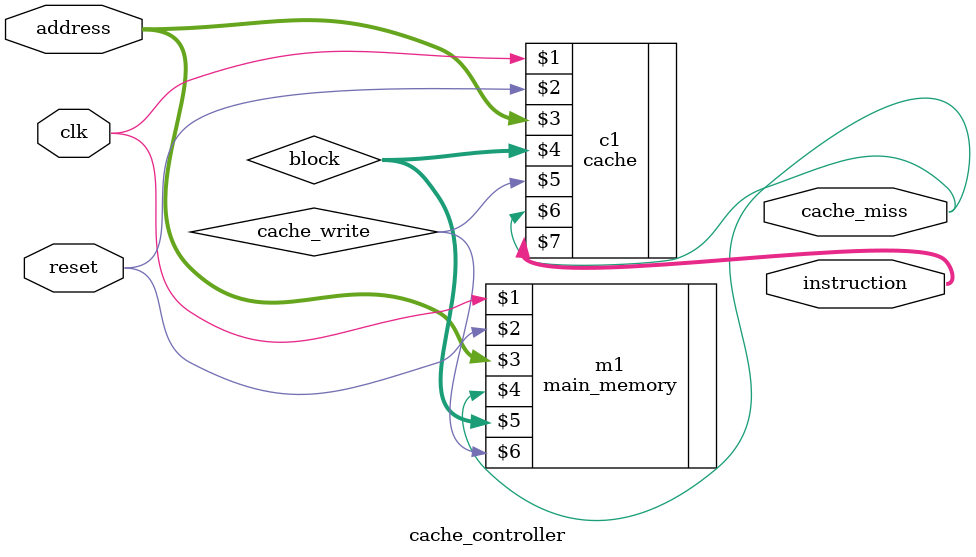
<source format=v>
`timescale 1ns / 1ps
module cache_controller(input clk,input reset,input [31:0] address,output [31:0] instruction, output cache_miss
    );
wire [63:0] block; wire cache_write;
cache c1(clk,reset,address,block,cache_write,cache_miss,instruction);
main_memory m1(clk,reset,address,cache_miss,block,cache_write);

endmodule

</source>
